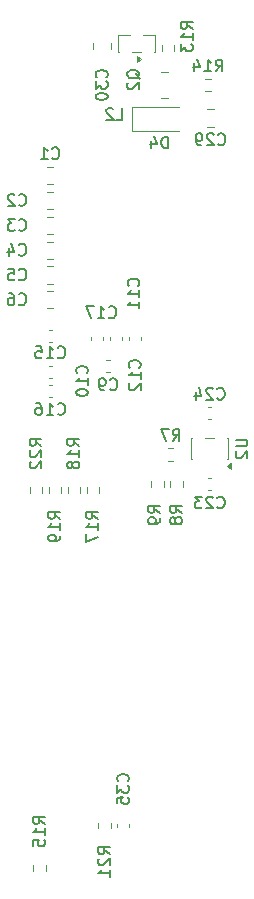
<source format=gbr>
%TF.GenerationSoftware,KiCad,Pcbnew,9.0.5*%
%TF.CreationDate,2025-11-24T11:18:26-05:00*%
%TF.ProjectId,everframe_board,65766572-6672-4616-9d65-5f626f617264,rev?*%
%TF.SameCoordinates,Original*%
%TF.FileFunction,Legend,Bot*%
%TF.FilePolarity,Positive*%
%FSLAX46Y46*%
G04 Gerber Fmt 4.6, Leading zero omitted, Abs format (unit mm)*
G04 Created by KiCad (PCBNEW 9.0.5) date 2025-11-24 11:18:26*
%MOMM*%
%LPD*%
G01*
G04 APERTURE LIST*
%ADD10C,0.150000*%
%ADD11C,0.120000*%
G04 APERTURE END LIST*
D10*
X90142857Y-92462830D02*
X90190476Y-92510450D01*
X90190476Y-92510450D02*
X90333333Y-92558069D01*
X90333333Y-92558069D02*
X90428571Y-92558069D01*
X90428571Y-92558069D02*
X90571428Y-92510450D01*
X90571428Y-92510450D02*
X90666666Y-92415211D01*
X90666666Y-92415211D02*
X90714285Y-92319973D01*
X90714285Y-92319973D02*
X90761904Y-92129497D01*
X90761904Y-92129497D02*
X90761904Y-91986640D01*
X90761904Y-91986640D02*
X90714285Y-91796164D01*
X90714285Y-91796164D02*
X90666666Y-91700926D01*
X90666666Y-91700926D02*
X90571428Y-91605688D01*
X90571428Y-91605688D02*
X90428571Y-91558069D01*
X90428571Y-91558069D02*
X90333333Y-91558069D01*
X90333333Y-91558069D02*
X90190476Y-91605688D01*
X90190476Y-91605688D02*
X90142857Y-91653307D01*
X89761904Y-91653307D02*
X89714285Y-91605688D01*
X89714285Y-91605688D02*
X89619047Y-91558069D01*
X89619047Y-91558069D02*
X89380952Y-91558069D01*
X89380952Y-91558069D02*
X89285714Y-91605688D01*
X89285714Y-91605688D02*
X89238095Y-91653307D01*
X89238095Y-91653307D02*
X89190476Y-91748545D01*
X89190476Y-91748545D02*
X89190476Y-91843783D01*
X89190476Y-91843783D02*
X89238095Y-91986640D01*
X89238095Y-91986640D02*
X89809523Y-92558069D01*
X89809523Y-92558069D02*
X89190476Y-92558069D01*
X88857142Y-91558069D02*
X88238095Y-91558069D01*
X88238095Y-91558069D02*
X88571428Y-91939021D01*
X88571428Y-91939021D02*
X88428571Y-91939021D01*
X88428571Y-91939021D02*
X88333333Y-91986640D01*
X88333333Y-91986640D02*
X88285714Y-92034259D01*
X88285714Y-92034259D02*
X88238095Y-92129497D01*
X88238095Y-92129497D02*
X88238095Y-92367592D01*
X88238095Y-92367592D02*
X88285714Y-92462830D01*
X88285714Y-92462830D02*
X88333333Y-92510450D01*
X88333333Y-92510450D02*
X88428571Y-92558069D01*
X88428571Y-92558069D02*
X88714285Y-92558069D01*
X88714285Y-92558069D02*
X88809523Y-92510450D01*
X88809523Y-92510450D02*
X88857142Y-92462830D01*
X90217857Y-61719580D02*
X90265476Y-61767200D01*
X90265476Y-61767200D02*
X90408333Y-61814819D01*
X90408333Y-61814819D02*
X90503571Y-61814819D01*
X90503571Y-61814819D02*
X90646428Y-61767200D01*
X90646428Y-61767200D02*
X90741666Y-61671961D01*
X90741666Y-61671961D02*
X90789285Y-61576723D01*
X90789285Y-61576723D02*
X90836904Y-61386247D01*
X90836904Y-61386247D02*
X90836904Y-61243390D01*
X90836904Y-61243390D02*
X90789285Y-61052914D01*
X90789285Y-61052914D02*
X90741666Y-60957676D01*
X90741666Y-60957676D02*
X90646428Y-60862438D01*
X90646428Y-60862438D02*
X90503571Y-60814819D01*
X90503571Y-60814819D02*
X90408333Y-60814819D01*
X90408333Y-60814819D02*
X90265476Y-60862438D01*
X90265476Y-60862438D02*
X90217857Y-60910057D01*
X89836904Y-60910057D02*
X89789285Y-60862438D01*
X89789285Y-60862438D02*
X89694047Y-60814819D01*
X89694047Y-60814819D02*
X89455952Y-60814819D01*
X89455952Y-60814819D02*
X89360714Y-60862438D01*
X89360714Y-60862438D02*
X89313095Y-60910057D01*
X89313095Y-60910057D02*
X89265476Y-61005295D01*
X89265476Y-61005295D02*
X89265476Y-61100533D01*
X89265476Y-61100533D02*
X89313095Y-61243390D01*
X89313095Y-61243390D02*
X89884523Y-61814819D01*
X89884523Y-61814819D02*
X89265476Y-61814819D01*
X88789285Y-61814819D02*
X88598809Y-61814819D01*
X88598809Y-61814819D02*
X88503571Y-61767200D01*
X88503571Y-61767200D02*
X88455952Y-61719580D01*
X88455952Y-61719580D02*
X88360714Y-61576723D01*
X88360714Y-61576723D02*
X88313095Y-61386247D01*
X88313095Y-61386247D02*
X88313095Y-61005295D01*
X88313095Y-61005295D02*
X88360714Y-60910057D01*
X88360714Y-60910057D02*
X88408333Y-60862438D01*
X88408333Y-60862438D02*
X88503571Y-60814819D01*
X88503571Y-60814819D02*
X88694047Y-60814819D01*
X88694047Y-60814819D02*
X88789285Y-60862438D01*
X88789285Y-60862438D02*
X88836904Y-60910057D01*
X88836904Y-60910057D02*
X88884523Y-61005295D01*
X88884523Y-61005295D02*
X88884523Y-61243390D01*
X88884523Y-61243390D02*
X88836904Y-61338628D01*
X88836904Y-61338628D02*
X88789285Y-61386247D01*
X88789285Y-61386247D02*
X88694047Y-61433866D01*
X88694047Y-61433866D02*
X88503571Y-61433866D01*
X88503571Y-61433866D02*
X88408333Y-61386247D01*
X88408333Y-61386247D02*
X88360714Y-61338628D01*
X88360714Y-61338628D02*
X88313095Y-61243390D01*
X91703069Y-86738095D02*
X92512592Y-86738095D01*
X92512592Y-86738095D02*
X92607830Y-86785714D01*
X92607830Y-86785714D02*
X92655450Y-86833333D01*
X92655450Y-86833333D02*
X92703069Y-86928571D01*
X92703069Y-86928571D02*
X92703069Y-87119047D01*
X92703069Y-87119047D02*
X92655450Y-87214285D01*
X92655450Y-87214285D02*
X92607830Y-87261904D01*
X92607830Y-87261904D02*
X92512592Y-87309523D01*
X92512592Y-87309523D02*
X91703069Y-87309523D01*
X91798307Y-87738095D02*
X91750688Y-87785714D01*
X91750688Y-87785714D02*
X91703069Y-87880952D01*
X91703069Y-87880952D02*
X91703069Y-88119047D01*
X91703069Y-88119047D02*
X91750688Y-88214285D01*
X91750688Y-88214285D02*
X91798307Y-88261904D01*
X91798307Y-88261904D02*
X91893545Y-88309523D01*
X91893545Y-88309523D02*
X91988783Y-88309523D01*
X91988783Y-88309523D02*
X92131640Y-88261904D01*
X92131640Y-88261904D02*
X92703069Y-87690476D01*
X92703069Y-87690476D02*
X92703069Y-88309523D01*
X73340475Y-73159580D02*
X73388094Y-73207200D01*
X73388094Y-73207200D02*
X73530951Y-73254819D01*
X73530951Y-73254819D02*
X73626189Y-73254819D01*
X73626189Y-73254819D02*
X73769046Y-73207200D01*
X73769046Y-73207200D02*
X73864284Y-73111961D01*
X73864284Y-73111961D02*
X73911903Y-73016723D01*
X73911903Y-73016723D02*
X73959522Y-72826247D01*
X73959522Y-72826247D02*
X73959522Y-72683390D01*
X73959522Y-72683390D02*
X73911903Y-72492914D01*
X73911903Y-72492914D02*
X73864284Y-72397676D01*
X73864284Y-72397676D02*
X73769046Y-72302438D01*
X73769046Y-72302438D02*
X73626189Y-72254819D01*
X73626189Y-72254819D02*
X73530951Y-72254819D01*
X73530951Y-72254819D02*
X73388094Y-72302438D01*
X73388094Y-72302438D02*
X73340475Y-72350057D01*
X72435713Y-72254819D02*
X72911903Y-72254819D01*
X72911903Y-72254819D02*
X72959522Y-72731009D01*
X72959522Y-72731009D02*
X72911903Y-72683390D01*
X72911903Y-72683390D02*
X72816665Y-72635771D01*
X72816665Y-72635771D02*
X72578570Y-72635771D01*
X72578570Y-72635771D02*
X72483332Y-72683390D01*
X72483332Y-72683390D02*
X72435713Y-72731009D01*
X72435713Y-72731009D02*
X72388094Y-72826247D01*
X72388094Y-72826247D02*
X72388094Y-73064342D01*
X72388094Y-73064342D02*
X72435713Y-73159580D01*
X72435713Y-73159580D02*
X72483332Y-73207200D01*
X72483332Y-73207200D02*
X72578570Y-73254819D01*
X72578570Y-73254819D02*
X72816665Y-73254819D01*
X72816665Y-73254819D02*
X72911903Y-73207200D01*
X72911903Y-73207200D02*
X72959522Y-73159580D01*
X83559580Y-80639523D02*
X83607200Y-80591904D01*
X83607200Y-80591904D02*
X83654819Y-80449047D01*
X83654819Y-80449047D02*
X83654819Y-80353809D01*
X83654819Y-80353809D02*
X83607200Y-80210952D01*
X83607200Y-80210952D02*
X83511961Y-80115714D01*
X83511961Y-80115714D02*
X83416723Y-80068095D01*
X83416723Y-80068095D02*
X83226247Y-80020476D01*
X83226247Y-80020476D02*
X83083390Y-80020476D01*
X83083390Y-80020476D02*
X82892914Y-80068095D01*
X82892914Y-80068095D02*
X82797676Y-80115714D01*
X82797676Y-80115714D02*
X82702438Y-80210952D01*
X82702438Y-80210952D02*
X82654819Y-80353809D01*
X82654819Y-80353809D02*
X82654819Y-80449047D01*
X82654819Y-80449047D02*
X82702438Y-80591904D01*
X82702438Y-80591904D02*
X82750057Y-80639523D01*
X83654819Y-81591904D02*
X83654819Y-81020476D01*
X83654819Y-81306190D02*
X82654819Y-81306190D01*
X82654819Y-81306190D02*
X82797676Y-81210952D01*
X82797676Y-81210952D02*
X82892914Y-81115714D01*
X82892914Y-81115714D02*
X82940533Y-81020476D01*
X82750057Y-81972857D02*
X82702438Y-82020476D01*
X82702438Y-82020476D02*
X82654819Y-82115714D01*
X82654819Y-82115714D02*
X82654819Y-82353809D01*
X82654819Y-82353809D02*
X82702438Y-82449047D01*
X82702438Y-82449047D02*
X82750057Y-82496666D01*
X82750057Y-82496666D02*
X82845295Y-82544285D01*
X82845295Y-82544285D02*
X82940533Y-82544285D01*
X82940533Y-82544285D02*
X83083390Y-82496666D01*
X83083390Y-82496666D02*
X83654819Y-81925238D01*
X83654819Y-81925238D02*
X83654819Y-82544285D01*
X80975238Y-76359580D02*
X81022857Y-76407200D01*
X81022857Y-76407200D02*
X81165714Y-76454819D01*
X81165714Y-76454819D02*
X81260952Y-76454819D01*
X81260952Y-76454819D02*
X81403809Y-76407200D01*
X81403809Y-76407200D02*
X81499047Y-76311961D01*
X81499047Y-76311961D02*
X81546666Y-76216723D01*
X81546666Y-76216723D02*
X81594285Y-76026247D01*
X81594285Y-76026247D02*
X81594285Y-75883390D01*
X81594285Y-75883390D02*
X81546666Y-75692914D01*
X81546666Y-75692914D02*
X81499047Y-75597676D01*
X81499047Y-75597676D02*
X81403809Y-75502438D01*
X81403809Y-75502438D02*
X81260952Y-75454819D01*
X81260952Y-75454819D02*
X81165714Y-75454819D01*
X81165714Y-75454819D02*
X81022857Y-75502438D01*
X81022857Y-75502438D02*
X80975238Y-75550057D01*
X80022857Y-76454819D02*
X80594285Y-76454819D01*
X80308571Y-76454819D02*
X80308571Y-75454819D01*
X80308571Y-75454819D02*
X80403809Y-75597676D01*
X80403809Y-75597676D02*
X80499047Y-75692914D01*
X80499047Y-75692914D02*
X80594285Y-75740533D01*
X79689523Y-75454819D02*
X79022857Y-75454819D01*
X79022857Y-75454819D02*
X79451428Y-76454819D01*
X83600057Y-56184761D02*
X83552438Y-56089523D01*
X83552438Y-56089523D02*
X83457200Y-55994285D01*
X83457200Y-55994285D02*
X83314342Y-55851428D01*
X83314342Y-55851428D02*
X83266723Y-55756190D01*
X83266723Y-55756190D02*
X83266723Y-55660952D01*
X83504819Y-55708571D02*
X83457200Y-55613333D01*
X83457200Y-55613333D02*
X83361961Y-55518095D01*
X83361961Y-55518095D02*
X83171485Y-55470476D01*
X83171485Y-55470476D02*
X82838152Y-55470476D01*
X82838152Y-55470476D02*
X82647676Y-55518095D01*
X82647676Y-55518095D02*
X82552438Y-55613333D01*
X82552438Y-55613333D02*
X82504819Y-55708571D01*
X82504819Y-55708571D02*
X82504819Y-55899047D01*
X82504819Y-55899047D02*
X82552438Y-55994285D01*
X82552438Y-55994285D02*
X82647676Y-56089523D01*
X82647676Y-56089523D02*
X82838152Y-56137142D01*
X82838152Y-56137142D02*
X83171485Y-56137142D01*
X83171485Y-56137142D02*
X83361961Y-56089523D01*
X83361961Y-56089523D02*
X83457200Y-55994285D01*
X83457200Y-55994285D02*
X83504819Y-55899047D01*
X83504819Y-55899047D02*
X83504819Y-55708571D01*
X82600057Y-56518095D02*
X82552438Y-56565714D01*
X82552438Y-56565714D02*
X82504819Y-56660952D01*
X82504819Y-56660952D02*
X82504819Y-56899047D01*
X82504819Y-56899047D02*
X82552438Y-56994285D01*
X82552438Y-56994285D02*
X82600057Y-57041904D01*
X82600057Y-57041904D02*
X82695295Y-57089523D01*
X82695295Y-57089523D02*
X82790533Y-57089523D01*
X82790533Y-57089523D02*
X82933390Y-57041904D01*
X82933390Y-57041904D02*
X83504819Y-56470476D01*
X83504819Y-56470476D02*
X83504819Y-57089523D01*
X75254819Y-87274761D02*
X74778628Y-86941428D01*
X75254819Y-86703333D02*
X74254819Y-86703333D01*
X74254819Y-86703333D02*
X74254819Y-87084285D01*
X74254819Y-87084285D02*
X74302438Y-87179523D01*
X74302438Y-87179523D02*
X74350057Y-87227142D01*
X74350057Y-87227142D02*
X74445295Y-87274761D01*
X74445295Y-87274761D02*
X74588152Y-87274761D01*
X74588152Y-87274761D02*
X74683390Y-87227142D01*
X74683390Y-87227142D02*
X74731009Y-87179523D01*
X74731009Y-87179523D02*
X74778628Y-87084285D01*
X74778628Y-87084285D02*
X74778628Y-86703333D01*
X74350057Y-87655714D02*
X74302438Y-87703333D01*
X74302438Y-87703333D02*
X74254819Y-87798571D01*
X74254819Y-87798571D02*
X74254819Y-88036666D01*
X74254819Y-88036666D02*
X74302438Y-88131904D01*
X74302438Y-88131904D02*
X74350057Y-88179523D01*
X74350057Y-88179523D02*
X74445295Y-88227142D01*
X74445295Y-88227142D02*
X74540533Y-88227142D01*
X74540533Y-88227142D02*
X74683390Y-88179523D01*
X74683390Y-88179523D02*
X75254819Y-87608095D01*
X75254819Y-87608095D02*
X75254819Y-88227142D01*
X74350057Y-88608095D02*
X74302438Y-88655714D01*
X74302438Y-88655714D02*
X74254819Y-88750952D01*
X74254819Y-88750952D02*
X74254819Y-88989047D01*
X74254819Y-88989047D02*
X74302438Y-89084285D01*
X74302438Y-89084285D02*
X74350057Y-89131904D01*
X74350057Y-89131904D02*
X74445295Y-89179523D01*
X74445295Y-89179523D02*
X74540533Y-89179523D01*
X74540533Y-89179523D02*
X74683390Y-89131904D01*
X74683390Y-89131904D02*
X75254819Y-88560476D01*
X75254819Y-88560476D02*
X75254819Y-89179523D01*
X73340475Y-66859580D02*
X73388094Y-66907200D01*
X73388094Y-66907200D02*
X73530951Y-66954819D01*
X73530951Y-66954819D02*
X73626189Y-66954819D01*
X73626189Y-66954819D02*
X73769046Y-66907200D01*
X73769046Y-66907200D02*
X73864284Y-66811961D01*
X73864284Y-66811961D02*
X73911903Y-66716723D01*
X73911903Y-66716723D02*
X73959522Y-66526247D01*
X73959522Y-66526247D02*
X73959522Y-66383390D01*
X73959522Y-66383390D02*
X73911903Y-66192914D01*
X73911903Y-66192914D02*
X73864284Y-66097676D01*
X73864284Y-66097676D02*
X73769046Y-66002438D01*
X73769046Y-66002438D02*
X73626189Y-65954819D01*
X73626189Y-65954819D02*
X73530951Y-65954819D01*
X73530951Y-65954819D02*
X73388094Y-66002438D01*
X73388094Y-66002438D02*
X73340475Y-66050057D01*
X72959522Y-66050057D02*
X72911903Y-66002438D01*
X72911903Y-66002438D02*
X72816665Y-65954819D01*
X72816665Y-65954819D02*
X72578570Y-65954819D01*
X72578570Y-65954819D02*
X72483332Y-66002438D01*
X72483332Y-66002438D02*
X72435713Y-66050057D01*
X72435713Y-66050057D02*
X72388094Y-66145295D01*
X72388094Y-66145295D02*
X72388094Y-66240533D01*
X72388094Y-66240533D02*
X72435713Y-66383390D01*
X72435713Y-66383390D02*
X73007141Y-66954819D01*
X73007141Y-66954819D02*
X72388094Y-66954819D01*
X76166666Y-62906330D02*
X76214285Y-62953950D01*
X76214285Y-62953950D02*
X76357142Y-63001569D01*
X76357142Y-63001569D02*
X76452380Y-63001569D01*
X76452380Y-63001569D02*
X76595237Y-62953950D01*
X76595237Y-62953950D02*
X76690475Y-62858711D01*
X76690475Y-62858711D02*
X76738094Y-62763473D01*
X76738094Y-62763473D02*
X76785713Y-62572997D01*
X76785713Y-62572997D02*
X76785713Y-62430140D01*
X76785713Y-62430140D02*
X76738094Y-62239664D01*
X76738094Y-62239664D02*
X76690475Y-62144426D01*
X76690475Y-62144426D02*
X76595237Y-62049188D01*
X76595237Y-62049188D02*
X76452380Y-62001569D01*
X76452380Y-62001569D02*
X76357142Y-62001569D01*
X76357142Y-62001569D02*
X76214285Y-62049188D01*
X76214285Y-62049188D02*
X76166666Y-62096807D01*
X75214285Y-63001569D02*
X75785713Y-63001569D01*
X75499999Y-63001569D02*
X75499999Y-62001569D01*
X75499999Y-62001569D02*
X75595237Y-62144426D01*
X75595237Y-62144426D02*
X75690475Y-62239664D01*
X75690475Y-62239664D02*
X75785713Y-62287283D01*
X85990594Y-62084819D02*
X85990594Y-61084819D01*
X85990594Y-61084819D02*
X85752499Y-61084819D01*
X85752499Y-61084819D02*
X85609642Y-61132438D01*
X85609642Y-61132438D02*
X85514404Y-61227676D01*
X85514404Y-61227676D02*
X85466785Y-61322914D01*
X85466785Y-61322914D02*
X85419166Y-61513390D01*
X85419166Y-61513390D02*
X85419166Y-61656247D01*
X85419166Y-61656247D02*
X85466785Y-61846723D01*
X85466785Y-61846723D02*
X85514404Y-61941961D01*
X85514404Y-61941961D02*
X85609642Y-62037200D01*
X85609642Y-62037200D02*
X85752499Y-62084819D01*
X85752499Y-62084819D02*
X85990594Y-62084819D01*
X84562023Y-61418152D02*
X84562023Y-62084819D01*
X84800118Y-61037200D02*
X85038213Y-61751485D01*
X85038213Y-61751485D02*
X84419166Y-61751485D01*
X76854819Y-93439523D02*
X76378628Y-93106190D01*
X76854819Y-92868095D02*
X75854819Y-92868095D01*
X75854819Y-92868095D02*
X75854819Y-93249047D01*
X75854819Y-93249047D02*
X75902438Y-93344285D01*
X75902438Y-93344285D02*
X75950057Y-93391904D01*
X75950057Y-93391904D02*
X76045295Y-93439523D01*
X76045295Y-93439523D02*
X76188152Y-93439523D01*
X76188152Y-93439523D02*
X76283390Y-93391904D01*
X76283390Y-93391904D02*
X76331009Y-93344285D01*
X76331009Y-93344285D02*
X76378628Y-93249047D01*
X76378628Y-93249047D02*
X76378628Y-92868095D01*
X76854819Y-94391904D02*
X76854819Y-93820476D01*
X76854819Y-94106190D02*
X75854819Y-94106190D01*
X75854819Y-94106190D02*
X75997676Y-94010952D01*
X75997676Y-94010952D02*
X76092914Y-93915714D01*
X76092914Y-93915714D02*
X76140533Y-93820476D01*
X76854819Y-94868095D02*
X76854819Y-95058571D01*
X76854819Y-95058571D02*
X76807200Y-95153809D01*
X76807200Y-95153809D02*
X76759580Y-95201428D01*
X76759580Y-95201428D02*
X76616723Y-95296666D01*
X76616723Y-95296666D02*
X76426247Y-95344285D01*
X76426247Y-95344285D02*
X76045295Y-95344285D01*
X76045295Y-95344285D02*
X75950057Y-95296666D01*
X75950057Y-95296666D02*
X75902438Y-95249047D01*
X75902438Y-95249047D02*
X75854819Y-95153809D01*
X75854819Y-95153809D02*
X75854819Y-94963333D01*
X75854819Y-94963333D02*
X75902438Y-94868095D01*
X75902438Y-94868095D02*
X75950057Y-94820476D01*
X75950057Y-94820476D02*
X76045295Y-94772857D01*
X76045295Y-94772857D02*
X76283390Y-94772857D01*
X76283390Y-94772857D02*
X76378628Y-94820476D01*
X76378628Y-94820476D02*
X76426247Y-94868095D01*
X76426247Y-94868095D02*
X76473866Y-94963333D01*
X76473866Y-94963333D02*
X76473866Y-95153809D01*
X76473866Y-95153809D02*
X76426247Y-95249047D01*
X76426247Y-95249047D02*
X76378628Y-95296666D01*
X76378628Y-95296666D02*
X76283390Y-95344285D01*
X73340475Y-68959580D02*
X73388094Y-69007200D01*
X73388094Y-69007200D02*
X73530951Y-69054819D01*
X73530951Y-69054819D02*
X73626189Y-69054819D01*
X73626189Y-69054819D02*
X73769046Y-69007200D01*
X73769046Y-69007200D02*
X73864284Y-68911961D01*
X73864284Y-68911961D02*
X73911903Y-68816723D01*
X73911903Y-68816723D02*
X73959522Y-68626247D01*
X73959522Y-68626247D02*
X73959522Y-68483390D01*
X73959522Y-68483390D02*
X73911903Y-68292914D01*
X73911903Y-68292914D02*
X73864284Y-68197676D01*
X73864284Y-68197676D02*
X73769046Y-68102438D01*
X73769046Y-68102438D02*
X73626189Y-68054819D01*
X73626189Y-68054819D02*
X73530951Y-68054819D01*
X73530951Y-68054819D02*
X73388094Y-68102438D01*
X73388094Y-68102438D02*
X73340475Y-68150057D01*
X73007141Y-68054819D02*
X72388094Y-68054819D01*
X72388094Y-68054819D02*
X72721427Y-68435771D01*
X72721427Y-68435771D02*
X72578570Y-68435771D01*
X72578570Y-68435771D02*
X72483332Y-68483390D01*
X72483332Y-68483390D02*
X72435713Y-68531009D01*
X72435713Y-68531009D02*
X72388094Y-68626247D01*
X72388094Y-68626247D02*
X72388094Y-68864342D01*
X72388094Y-68864342D02*
X72435713Y-68959580D01*
X72435713Y-68959580D02*
X72483332Y-69007200D01*
X72483332Y-69007200D02*
X72578570Y-69054819D01*
X72578570Y-69054819D02*
X72864284Y-69054819D01*
X72864284Y-69054819D02*
X72959522Y-69007200D01*
X72959522Y-69007200D02*
X73007141Y-68959580D01*
X75554819Y-119274761D02*
X75078628Y-118941428D01*
X75554819Y-118703333D02*
X74554819Y-118703333D01*
X74554819Y-118703333D02*
X74554819Y-119084285D01*
X74554819Y-119084285D02*
X74602438Y-119179523D01*
X74602438Y-119179523D02*
X74650057Y-119227142D01*
X74650057Y-119227142D02*
X74745295Y-119274761D01*
X74745295Y-119274761D02*
X74888152Y-119274761D01*
X74888152Y-119274761D02*
X74983390Y-119227142D01*
X74983390Y-119227142D02*
X75031009Y-119179523D01*
X75031009Y-119179523D02*
X75078628Y-119084285D01*
X75078628Y-119084285D02*
X75078628Y-118703333D01*
X75554819Y-120227142D02*
X75554819Y-119655714D01*
X75554819Y-119941428D02*
X74554819Y-119941428D01*
X74554819Y-119941428D02*
X74697676Y-119846190D01*
X74697676Y-119846190D02*
X74792914Y-119750952D01*
X74792914Y-119750952D02*
X74840533Y-119655714D01*
X74554819Y-121131904D02*
X74554819Y-120655714D01*
X74554819Y-120655714D02*
X75031009Y-120608095D01*
X75031009Y-120608095D02*
X74983390Y-120655714D01*
X74983390Y-120655714D02*
X74935771Y-120750952D01*
X74935771Y-120750952D02*
X74935771Y-120989047D01*
X74935771Y-120989047D02*
X74983390Y-121084285D01*
X74983390Y-121084285D02*
X75031009Y-121131904D01*
X75031009Y-121131904D02*
X75126247Y-121179523D01*
X75126247Y-121179523D02*
X75364342Y-121179523D01*
X75364342Y-121179523D02*
X75459580Y-121131904D01*
X75459580Y-121131904D02*
X75507200Y-121084285D01*
X75507200Y-121084285D02*
X75554819Y-120989047D01*
X75554819Y-120989047D02*
X75554819Y-120750952D01*
X75554819Y-120750952D02*
X75507200Y-120655714D01*
X75507200Y-120655714D02*
X75459580Y-120608095D01*
X87154819Y-92939523D02*
X86678628Y-92606190D01*
X87154819Y-92368095D02*
X86154819Y-92368095D01*
X86154819Y-92368095D02*
X86154819Y-92749047D01*
X86154819Y-92749047D02*
X86202438Y-92844285D01*
X86202438Y-92844285D02*
X86250057Y-92891904D01*
X86250057Y-92891904D02*
X86345295Y-92939523D01*
X86345295Y-92939523D02*
X86488152Y-92939523D01*
X86488152Y-92939523D02*
X86583390Y-92891904D01*
X86583390Y-92891904D02*
X86631009Y-92844285D01*
X86631009Y-92844285D02*
X86678628Y-92749047D01*
X86678628Y-92749047D02*
X86678628Y-92368095D01*
X86583390Y-93510952D02*
X86535771Y-93415714D01*
X86535771Y-93415714D02*
X86488152Y-93368095D01*
X86488152Y-93368095D02*
X86392914Y-93320476D01*
X86392914Y-93320476D02*
X86345295Y-93320476D01*
X86345295Y-93320476D02*
X86250057Y-93368095D01*
X86250057Y-93368095D02*
X86202438Y-93415714D01*
X86202438Y-93415714D02*
X86154819Y-93510952D01*
X86154819Y-93510952D02*
X86154819Y-93701428D01*
X86154819Y-93701428D02*
X86202438Y-93796666D01*
X86202438Y-93796666D02*
X86250057Y-93844285D01*
X86250057Y-93844285D02*
X86345295Y-93891904D01*
X86345295Y-93891904D02*
X86392914Y-93891904D01*
X86392914Y-93891904D02*
X86488152Y-93844285D01*
X86488152Y-93844285D02*
X86535771Y-93796666D01*
X86535771Y-93796666D02*
X86583390Y-93701428D01*
X86583390Y-93701428D02*
X86583390Y-93510952D01*
X86583390Y-93510952D02*
X86631009Y-93415714D01*
X86631009Y-93415714D02*
X86678628Y-93368095D01*
X86678628Y-93368095D02*
X86773866Y-93320476D01*
X86773866Y-93320476D02*
X86964342Y-93320476D01*
X86964342Y-93320476D02*
X87059580Y-93368095D01*
X87059580Y-93368095D02*
X87107200Y-93415714D01*
X87107200Y-93415714D02*
X87154819Y-93510952D01*
X87154819Y-93510952D02*
X87154819Y-93701428D01*
X87154819Y-93701428D02*
X87107200Y-93796666D01*
X87107200Y-93796666D02*
X87059580Y-93844285D01*
X87059580Y-93844285D02*
X86964342Y-93891904D01*
X86964342Y-93891904D02*
X86773866Y-93891904D01*
X86773866Y-93891904D02*
X86678628Y-93844285D01*
X86678628Y-93844285D02*
X86631009Y-93796666D01*
X86631009Y-93796666D02*
X86583390Y-93701428D01*
X79109580Y-81139523D02*
X79157200Y-81091904D01*
X79157200Y-81091904D02*
X79204819Y-80949047D01*
X79204819Y-80949047D02*
X79204819Y-80853809D01*
X79204819Y-80853809D02*
X79157200Y-80710952D01*
X79157200Y-80710952D02*
X79061961Y-80615714D01*
X79061961Y-80615714D02*
X78966723Y-80568095D01*
X78966723Y-80568095D02*
X78776247Y-80520476D01*
X78776247Y-80520476D02*
X78633390Y-80520476D01*
X78633390Y-80520476D02*
X78442914Y-80568095D01*
X78442914Y-80568095D02*
X78347676Y-80615714D01*
X78347676Y-80615714D02*
X78252438Y-80710952D01*
X78252438Y-80710952D02*
X78204819Y-80853809D01*
X78204819Y-80853809D02*
X78204819Y-80949047D01*
X78204819Y-80949047D02*
X78252438Y-81091904D01*
X78252438Y-81091904D02*
X78300057Y-81139523D01*
X79204819Y-82091904D02*
X79204819Y-81520476D01*
X79204819Y-81806190D02*
X78204819Y-81806190D01*
X78204819Y-81806190D02*
X78347676Y-81710952D01*
X78347676Y-81710952D02*
X78442914Y-81615714D01*
X78442914Y-81615714D02*
X78490533Y-81520476D01*
X78204819Y-82710952D02*
X78204819Y-82806190D01*
X78204819Y-82806190D02*
X78252438Y-82901428D01*
X78252438Y-82901428D02*
X78300057Y-82949047D01*
X78300057Y-82949047D02*
X78395295Y-82996666D01*
X78395295Y-82996666D02*
X78585771Y-83044285D01*
X78585771Y-83044285D02*
X78823866Y-83044285D01*
X78823866Y-83044285D02*
X79014342Y-82996666D01*
X79014342Y-82996666D02*
X79109580Y-82949047D01*
X79109580Y-82949047D02*
X79157200Y-82901428D01*
X79157200Y-82901428D02*
X79204819Y-82806190D01*
X79204819Y-82806190D02*
X79204819Y-82710952D01*
X79204819Y-82710952D02*
X79157200Y-82615714D01*
X79157200Y-82615714D02*
X79109580Y-82568095D01*
X79109580Y-82568095D02*
X79014342Y-82520476D01*
X79014342Y-82520476D02*
X78823866Y-82472857D01*
X78823866Y-82472857D02*
X78585771Y-82472857D01*
X78585771Y-82472857D02*
X78395295Y-82520476D01*
X78395295Y-82520476D02*
X78300057Y-82568095D01*
X78300057Y-82568095D02*
X78252438Y-82615714D01*
X78252438Y-82615714D02*
X78204819Y-82710952D01*
X80759580Y-56059523D02*
X80807200Y-56011904D01*
X80807200Y-56011904D02*
X80854819Y-55869047D01*
X80854819Y-55869047D02*
X80854819Y-55773809D01*
X80854819Y-55773809D02*
X80807200Y-55630952D01*
X80807200Y-55630952D02*
X80711961Y-55535714D01*
X80711961Y-55535714D02*
X80616723Y-55488095D01*
X80616723Y-55488095D02*
X80426247Y-55440476D01*
X80426247Y-55440476D02*
X80283390Y-55440476D01*
X80283390Y-55440476D02*
X80092914Y-55488095D01*
X80092914Y-55488095D02*
X79997676Y-55535714D01*
X79997676Y-55535714D02*
X79902438Y-55630952D01*
X79902438Y-55630952D02*
X79854819Y-55773809D01*
X79854819Y-55773809D02*
X79854819Y-55869047D01*
X79854819Y-55869047D02*
X79902438Y-56011904D01*
X79902438Y-56011904D02*
X79950057Y-56059523D01*
X79854819Y-56392857D02*
X79854819Y-57011904D01*
X79854819Y-57011904D02*
X80235771Y-56678571D01*
X80235771Y-56678571D02*
X80235771Y-56821428D01*
X80235771Y-56821428D02*
X80283390Y-56916666D01*
X80283390Y-56916666D02*
X80331009Y-56964285D01*
X80331009Y-56964285D02*
X80426247Y-57011904D01*
X80426247Y-57011904D02*
X80664342Y-57011904D01*
X80664342Y-57011904D02*
X80759580Y-56964285D01*
X80759580Y-56964285D02*
X80807200Y-56916666D01*
X80807200Y-56916666D02*
X80854819Y-56821428D01*
X80854819Y-56821428D02*
X80854819Y-56535714D01*
X80854819Y-56535714D02*
X80807200Y-56440476D01*
X80807200Y-56440476D02*
X80759580Y-56392857D01*
X79854819Y-57630952D02*
X79854819Y-57726190D01*
X79854819Y-57726190D02*
X79902438Y-57821428D01*
X79902438Y-57821428D02*
X79950057Y-57869047D01*
X79950057Y-57869047D02*
X80045295Y-57916666D01*
X80045295Y-57916666D02*
X80235771Y-57964285D01*
X80235771Y-57964285D02*
X80473866Y-57964285D01*
X80473866Y-57964285D02*
X80664342Y-57916666D01*
X80664342Y-57916666D02*
X80759580Y-57869047D01*
X80759580Y-57869047D02*
X80807200Y-57821428D01*
X80807200Y-57821428D02*
X80854819Y-57726190D01*
X80854819Y-57726190D02*
X80854819Y-57630952D01*
X80854819Y-57630952D02*
X80807200Y-57535714D01*
X80807200Y-57535714D02*
X80759580Y-57488095D01*
X80759580Y-57488095D02*
X80664342Y-57440476D01*
X80664342Y-57440476D02*
X80473866Y-57392857D01*
X80473866Y-57392857D02*
X80235771Y-57392857D01*
X80235771Y-57392857D02*
X80045295Y-57440476D01*
X80045295Y-57440476D02*
X79950057Y-57488095D01*
X79950057Y-57488095D02*
X79902438Y-57535714D01*
X79902438Y-57535714D02*
X79854819Y-57630952D01*
X81066666Y-82462830D02*
X81114285Y-82510450D01*
X81114285Y-82510450D02*
X81257142Y-82558069D01*
X81257142Y-82558069D02*
X81352380Y-82558069D01*
X81352380Y-82558069D02*
X81495237Y-82510450D01*
X81495237Y-82510450D02*
X81590475Y-82415211D01*
X81590475Y-82415211D02*
X81638094Y-82319973D01*
X81638094Y-82319973D02*
X81685713Y-82129497D01*
X81685713Y-82129497D02*
X81685713Y-81986640D01*
X81685713Y-81986640D02*
X81638094Y-81796164D01*
X81638094Y-81796164D02*
X81590475Y-81700926D01*
X81590475Y-81700926D02*
X81495237Y-81605688D01*
X81495237Y-81605688D02*
X81352380Y-81558069D01*
X81352380Y-81558069D02*
X81257142Y-81558069D01*
X81257142Y-81558069D02*
X81114285Y-81605688D01*
X81114285Y-81605688D02*
X81066666Y-81653307D01*
X80590475Y-82558069D02*
X80399999Y-82558069D01*
X80399999Y-82558069D02*
X80304761Y-82510450D01*
X80304761Y-82510450D02*
X80257142Y-82462830D01*
X80257142Y-82462830D02*
X80161904Y-82319973D01*
X80161904Y-82319973D02*
X80114285Y-82129497D01*
X80114285Y-82129497D02*
X80114285Y-81748545D01*
X80114285Y-81748545D02*
X80161904Y-81653307D01*
X80161904Y-81653307D02*
X80209523Y-81605688D01*
X80209523Y-81605688D02*
X80304761Y-81558069D01*
X80304761Y-81558069D02*
X80495237Y-81558069D01*
X80495237Y-81558069D02*
X80590475Y-81605688D01*
X80590475Y-81605688D02*
X80638094Y-81653307D01*
X80638094Y-81653307D02*
X80685713Y-81748545D01*
X80685713Y-81748545D02*
X80685713Y-81986640D01*
X80685713Y-81986640D02*
X80638094Y-82081878D01*
X80638094Y-82081878D02*
X80590475Y-82129497D01*
X80590475Y-82129497D02*
X80495237Y-82177116D01*
X80495237Y-82177116D02*
X80304761Y-82177116D01*
X80304761Y-82177116D02*
X80209523Y-82129497D01*
X80209523Y-82129497D02*
X80161904Y-82081878D01*
X80161904Y-82081878D02*
X80114285Y-81986640D01*
X81610713Y-59661569D02*
X82086903Y-59661569D01*
X82086903Y-59661569D02*
X82086903Y-58661569D01*
X81324998Y-58756807D02*
X81277379Y-58709188D01*
X81277379Y-58709188D02*
X81182141Y-58661569D01*
X81182141Y-58661569D02*
X80944046Y-58661569D01*
X80944046Y-58661569D02*
X80848808Y-58709188D01*
X80848808Y-58709188D02*
X80801189Y-58756807D01*
X80801189Y-58756807D02*
X80753570Y-58852045D01*
X80753570Y-58852045D02*
X80753570Y-58947283D01*
X80753570Y-58947283D02*
X80801189Y-59090140D01*
X80801189Y-59090140D02*
X81372617Y-59661569D01*
X81372617Y-59661569D02*
X80753570Y-59661569D01*
X76642857Y-79756330D02*
X76690476Y-79803950D01*
X76690476Y-79803950D02*
X76833333Y-79851569D01*
X76833333Y-79851569D02*
X76928571Y-79851569D01*
X76928571Y-79851569D02*
X77071428Y-79803950D01*
X77071428Y-79803950D02*
X77166666Y-79708711D01*
X77166666Y-79708711D02*
X77214285Y-79613473D01*
X77214285Y-79613473D02*
X77261904Y-79422997D01*
X77261904Y-79422997D02*
X77261904Y-79280140D01*
X77261904Y-79280140D02*
X77214285Y-79089664D01*
X77214285Y-79089664D02*
X77166666Y-78994426D01*
X77166666Y-78994426D02*
X77071428Y-78899188D01*
X77071428Y-78899188D02*
X76928571Y-78851569D01*
X76928571Y-78851569D02*
X76833333Y-78851569D01*
X76833333Y-78851569D02*
X76690476Y-78899188D01*
X76690476Y-78899188D02*
X76642857Y-78946807D01*
X75690476Y-79851569D02*
X76261904Y-79851569D01*
X75976190Y-79851569D02*
X75976190Y-78851569D01*
X75976190Y-78851569D02*
X76071428Y-78994426D01*
X76071428Y-78994426D02*
X76166666Y-79089664D01*
X76166666Y-79089664D02*
X76261904Y-79137283D01*
X74785714Y-78851569D02*
X75261904Y-78851569D01*
X75261904Y-78851569D02*
X75309523Y-79327759D01*
X75309523Y-79327759D02*
X75261904Y-79280140D01*
X75261904Y-79280140D02*
X75166666Y-79232521D01*
X75166666Y-79232521D02*
X74928571Y-79232521D01*
X74928571Y-79232521D02*
X74833333Y-79280140D01*
X74833333Y-79280140D02*
X74785714Y-79327759D01*
X74785714Y-79327759D02*
X74738095Y-79422997D01*
X74738095Y-79422997D02*
X74738095Y-79661092D01*
X74738095Y-79661092D02*
X74785714Y-79756330D01*
X74785714Y-79756330D02*
X74833333Y-79803950D01*
X74833333Y-79803950D02*
X74928571Y-79851569D01*
X74928571Y-79851569D02*
X75166666Y-79851569D01*
X75166666Y-79851569D02*
X75261904Y-79803950D01*
X75261904Y-79803950D02*
X75309523Y-79756330D01*
X76642857Y-84562830D02*
X76690476Y-84610450D01*
X76690476Y-84610450D02*
X76833333Y-84658069D01*
X76833333Y-84658069D02*
X76928571Y-84658069D01*
X76928571Y-84658069D02*
X77071428Y-84610450D01*
X77071428Y-84610450D02*
X77166666Y-84515211D01*
X77166666Y-84515211D02*
X77214285Y-84419973D01*
X77214285Y-84419973D02*
X77261904Y-84229497D01*
X77261904Y-84229497D02*
X77261904Y-84086640D01*
X77261904Y-84086640D02*
X77214285Y-83896164D01*
X77214285Y-83896164D02*
X77166666Y-83800926D01*
X77166666Y-83800926D02*
X77071428Y-83705688D01*
X77071428Y-83705688D02*
X76928571Y-83658069D01*
X76928571Y-83658069D02*
X76833333Y-83658069D01*
X76833333Y-83658069D02*
X76690476Y-83705688D01*
X76690476Y-83705688D02*
X76642857Y-83753307D01*
X75690476Y-84658069D02*
X76261904Y-84658069D01*
X75976190Y-84658069D02*
X75976190Y-83658069D01*
X75976190Y-83658069D02*
X76071428Y-83800926D01*
X76071428Y-83800926D02*
X76166666Y-83896164D01*
X76166666Y-83896164D02*
X76261904Y-83943783D01*
X74833333Y-83658069D02*
X75023809Y-83658069D01*
X75023809Y-83658069D02*
X75119047Y-83705688D01*
X75119047Y-83705688D02*
X75166666Y-83753307D01*
X75166666Y-83753307D02*
X75261904Y-83896164D01*
X75261904Y-83896164D02*
X75309523Y-84086640D01*
X75309523Y-84086640D02*
X75309523Y-84467592D01*
X75309523Y-84467592D02*
X75261904Y-84562830D01*
X75261904Y-84562830D02*
X75214285Y-84610450D01*
X75214285Y-84610450D02*
X75119047Y-84658069D01*
X75119047Y-84658069D02*
X74928571Y-84658069D01*
X74928571Y-84658069D02*
X74833333Y-84610450D01*
X74833333Y-84610450D02*
X74785714Y-84562830D01*
X74785714Y-84562830D02*
X74738095Y-84467592D01*
X74738095Y-84467592D02*
X74738095Y-84229497D01*
X74738095Y-84229497D02*
X74785714Y-84134259D01*
X74785714Y-84134259D02*
X74833333Y-84086640D01*
X74833333Y-84086640D02*
X74928571Y-84039021D01*
X74928571Y-84039021D02*
X75119047Y-84039021D01*
X75119047Y-84039021D02*
X75214285Y-84086640D01*
X75214285Y-84086640D02*
X75261904Y-84134259D01*
X75261904Y-84134259D02*
X75309523Y-84229497D01*
X82559580Y-115674761D02*
X82607200Y-115627142D01*
X82607200Y-115627142D02*
X82654819Y-115484285D01*
X82654819Y-115484285D02*
X82654819Y-115389047D01*
X82654819Y-115389047D02*
X82607200Y-115246190D01*
X82607200Y-115246190D02*
X82511961Y-115150952D01*
X82511961Y-115150952D02*
X82416723Y-115103333D01*
X82416723Y-115103333D02*
X82226247Y-115055714D01*
X82226247Y-115055714D02*
X82083390Y-115055714D01*
X82083390Y-115055714D02*
X81892914Y-115103333D01*
X81892914Y-115103333D02*
X81797676Y-115150952D01*
X81797676Y-115150952D02*
X81702438Y-115246190D01*
X81702438Y-115246190D02*
X81654819Y-115389047D01*
X81654819Y-115389047D02*
X81654819Y-115484285D01*
X81654819Y-115484285D02*
X81702438Y-115627142D01*
X81702438Y-115627142D02*
X81750057Y-115674761D01*
X81654819Y-116008095D02*
X81654819Y-116627142D01*
X81654819Y-116627142D02*
X82035771Y-116293809D01*
X82035771Y-116293809D02*
X82035771Y-116436666D01*
X82035771Y-116436666D02*
X82083390Y-116531904D01*
X82083390Y-116531904D02*
X82131009Y-116579523D01*
X82131009Y-116579523D02*
X82226247Y-116627142D01*
X82226247Y-116627142D02*
X82464342Y-116627142D01*
X82464342Y-116627142D02*
X82559580Y-116579523D01*
X82559580Y-116579523D02*
X82607200Y-116531904D01*
X82607200Y-116531904D02*
X82654819Y-116436666D01*
X82654819Y-116436666D02*
X82654819Y-116150952D01*
X82654819Y-116150952D02*
X82607200Y-116055714D01*
X82607200Y-116055714D02*
X82559580Y-116008095D01*
X81654819Y-117531904D02*
X81654819Y-117055714D01*
X81654819Y-117055714D02*
X82131009Y-117008095D01*
X82131009Y-117008095D02*
X82083390Y-117055714D01*
X82083390Y-117055714D02*
X82035771Y-117150952D01*
X82035771Y-117150952D02*
X82035771Y-117389047D01*
X82035771Y-117389047D02*
X82083390Y-117484285D01*
X82083390Y-117484285D02*
X82131009Y-117531904D01*
X82131009Y-117531904D02*
X82226247Y-117579523D01*
X82226247Y-117579523D02*
X82464342Y-117579523D01*
X82464342Y-117579523D02*
X82559580Y-117531904D01*
X82559580Y-117531904D02*
X82607200Y-117484285D01*
X82607200Y-117484285D02*
X82654819Y-117389047D01*
X82654819Y-117389047D02*
X82654819Y-117150952D01*
X82654819Y-117150952D02*
X82607200Y-117055714D01*
X82607200Y-117055714D02*
X82559580Y-117008095D01*
X73340475Y-71059580D02*
X73388094Y-71107200D01*
X73388094Y-71107200D02*
X73530951Y-71154819D01*
X73530951Y-71154819D02*
X73626189Y-71154819D01*
X73626189Y-71154819D02*
X73769046Y-71107200D01*
X73769046Y-71107200D02*
X73864284Y-71011961D01*
X73864284Y-71011961D02*
X73911903Y-70916723D01*
X73911903Y-70916723D02*
X73959522Y-70726247D01*
X73959522Y-70726247D02*
X73959522Y-70583390D01*
X73959522Y-70583390D02*
X73911903Y-70392914D01*
X73911903Y-70392914D02*
X73864284Y-70297676D01*
X73864284Y-70297676D02*
X73769046Y-70202438D01*
X73769046Y-70202438D02*
X73626189Y-70154819D01*
X73626189Y-70154819D02*
X73530951Y-70154819D01*
X73530951Y-70154819D02*
X73388094Y-70202438D01*
X73388094Y-70202438D02*
X73340475Y-70250057D01*
X72483332Y-70488152D02*
X72483332Y-71154819D01*
X72721427Y-70107200D02*
X72959522Y-70821485D01*
X72959522Y-70821485D02*
X72340475Y-70821485D01*
X90017857Y-55558319D02*
X90351190Y-55082128D01*
X90589285Y-55558319D02*
X90589285Y-54558319D01*
X90589285Y-54558319D02*
X90208333Y-54558319D01*
X90208333Y-54558319D02*
X90113095Y-54605938D01*
X90113095Y-54605938D02*
X90065476Y-54653557D01*
X90065476Y-54653557D02*
X90017857Y-54748795D01*
X90017857Y-54748795D02*
X90017857Y-54891652D01*
X90017857Y-54891652D02*
X90065476Y-54986890D01*
X90065476Y-54986890D02*
X90113095Y-55034509D01*
X90113095Y-55034509D02*
X90208333Y-55082128D01*
X90208333Y-55082128D02*
X90589285Y-55082128D01*
X89065476Y-55558319D02*
X89636904Y-55558319D01*
X89351190Y-55558319D02*
X89351190Y-54558319D01*
X89351190Y-54558319D02*
X89446428Y-54701176D01*
X89446428Y-54701176D02*
X89541666Y-54796414D01*
X89541666Y-54796414D02*
X89636904Y-54844033D01*
X88208333Y-54891652D02*
X88208333Y-55558319D01*
X88446428Y-54510700D02*
X88684523Y-55224985D01*
X88684523Y-55224985D02*
X88065476Y-55224985D01*
X83459580Y-73724761D02*
X83507200Y-73677142D01*
X83507200Y-73677142D02*
X83554819Y-73534285D01*
X83554819Y-73534285D02*
X83554819Y-73439047D01*
X83554819Y-73439047D02*
X83507200Y-73296190D01*
X83507200Y-73296190D02*
X83411961Y-73200952D01*
X83411961Y-73200952D02*
X83316723Y-73153333D01*
X83316723Y-73153333D02*
X83126247Y-73105714D01*
X83126247Y-73105714D02*
X82983390Y-73105714D01*
X82983390Y-73105714D02*
X82792914Y-73153333D01*
X82792914Y-73153333D02*
X82697676Y-73200952D01*
X82697676Y-73200952D02*
X82602438Y-73296190D01*
X82602438Y-73296190D02*
X82554819Y-73439047D01*
X82554819Y-73439047D02*
X82554819Y-73534285D01*
X82554819Y-73534285D02*
X82602438Y-73677142D01*
X82602438Y-73677142D02*
X82650057Y-73724761D01*
X83554819Y-74677142D02*
X83554819Y-74105714D01*
X83554819Y-74391428D02*
X82554819Y-74391428D01*
X82554819Y-74391428D02*
X82697676Y-74296190D01*
X82697676Y-74296190D02*
X82792914Y-74200952D01*
X82792914Y-74200952D02*
X82840533Y-74105714D01*
X83554819Y-75629523D02*
X83554819Y-75058095D01*
X83554819Y-75343809D02*
X82554819Y-75343809D01*
X82554819Y-75343809D02*
X82697676Y-75248571D01*
X82697676Y-75248571D02*
X82792914Y-75153333D01*
X82792914Y-75153333D02*
X82840533Y-75058095D01*
X81054819Y-121839523D02*
X80578628Y-121506190D01*
X81054819Y-121268095D02*
X80054819Y-121268095D01*
X80054819Y-121268095D02*
X80054819Y-121649047D01*
X80054819Y-121649047D02*
X80102438Y-121744285D01*
X80102438Y-121744285D02*
X80150057Y-121791904D01*
X80150057Y-121791904D02*
X80245295Y-121839523D01*
X80245295Y-121839523D02*
X80388152Y-121839523D01*
X80388152Y-121839523D02*
X80483390Y-121791904D01*
X80483390Y-121791904D02*
X80531009Y-121744285D01*
X80531009Y-121744285D02*
X80578628Y-121649047D01*
X80578628Y-121649047D02*
X80578628Y-121268095D01*
X80150057Y-122220476D02*
X80102438Y-122268095D01*
X80102438Y-122268095D02*
X80054819Y-122363333D01*
X80054819Y-122363333D02*
X80054819Y-122601428D01*
X80054819Y-122601428D02*
X80102438Y-122696666D01*
X80102438Y-122696666D02*
X80150057Y-122744285D01*
X80150057Y-122744285D02*
X80245295Y-122791904D01*
X80245295Y-122791904D02*
X80340533Y-122791904D01*
X80340533Y-122791904D02*
X80483390Y-122744285D01*
X80483390Y-122744285D02*
X81054819Y-122172857D01*
X81054819Y-122172857D02*
X81054819Y-122791904D01*
X81054819Y-123744285D02*
X81054819Y-123172857D01*
X81054819Y-123458571D02*
X80054819Y-123458571D01*
X80054819Y-123458571D02*
X80197676Y-123363333D01*
X80197676Y-123363333D02*
X80292914Y-123268095D01*
X80292914Y-123268095D02*
X80340533Y-123172857D01*
X73340475Y-75259580D02*
X73388094Y-75307200D01*
X73388094Y-75307200D02*
X73530951Y-75354819D01*
X73530951Y-75354819D02*
X73626189Y-75354819D01*
X73626189Y-75354819D02*
X73769046Y-75307200D01*
X73769046Y-75307200D02*
X73864284Y-75211961D01*
X73864284Y-75211961D02*
X73911903Y-75116723D01*
X73911903Y-75116723D02*
X73959522Y-74926247D01*
X73959522Y-74926247D02*
X73959522Y-74783390D01*
X73959522Y-74783390D02*
X73911903Y-74592914D01*
X73911903Y-74592914D02*
X73864284Y-74497676D01*
X73864284Y-74497676D02*
X73769046Y-74402438D01*
X73769046Y-74402438D02*
X73626189Y-74354819D01*
X73626189Y-74354819D02*
X73530951Y-74354819D01*
X73530951Y-74354819D02*
X73388094Y-74402438D01*
X73388094Y-74402438D02*
X73340475Y-74450057D01*
X72483332Y-74354819D02*
X72673808Y-74354819D01*
X72673808Y-74354819D02*
X72769046Y-74402438D01*
X72769046Y-74402438D02*
X72816665Y-74450057D01*
X72816665Y-74450057D02*
X72911903Y-74592914D01*
X72911903Y-74592914D02*
X72959522Y-74783390D01*
X72959522Y-74783390D02*
X72959522Y-75164342D01*
X72959522Y-75164342D02*
X72911903Y-75259580D01*
X72911903Y-75259580D02*
X72864284Y-75307200D01*
X72864284Y-75307200D02*
X72769046Y-75354819D01*
X72769046Y-75354819D02*
X72578570Y-75354819D01*
X72578570Y-75354819D02*
X72483332Y-75307200D01*
X72483332Y-75307200D02*
X72435713Y-75259580D01*
X72435713Y-75259580D02*
X72388094Y-75164342D01*
X72388094Y-75164342D02*
X72388094Y-74926247D01*
X72388094Y-74926247D02*
X72435713Y-74831009D01*
X72435713Y-74831009D02*
X72483332Y-74783390D01*
X72483332Y-74783390D02*
X72578570Y-74735771D01*
X72578570Y-74735771D02*
X72769046Y-74735771D01*
X72769046Y-74735771D02*
X72864284Y-74783390D01*
X72864284Y-74783390D02*
X72911903Y-74831009D01*
X72911903Y-74831009D02*
X72959522Y-74926247D01*
X88058069Y-51957142D02*
X87581878Y-51623809D01*
X88058069Y-51385714D02*
X87058069Y-51385714D01*
X87058069Y-51385714D02*
X87058069Y-51766666D01*
X87058069Y-51766666D02*
X87105688Y-51861904D01*
X87105688Y-51861904D02*
X87153307Y-51909523D01*
X87153307Y-51909523D02*
X87248545Y-51957142D01*
X87248545Y-51957142D02*
X87391402Y-51957142D01*
X87391402Y-51957142D02*
X87486640Y-51909523D01*
X87486640Y-51909523D02*
X87534259Y-51861904D01*
X87534259Y-51861904D02*
X87581878Y-51766666D01*
X87581878Y-51766666D02*
X87581878Y-51385714D01*
X88058069Y-52909523D02*
X88058069Y-52338095D01*
X88058069Y-52623809D02*
X87058069Y-52623809D01*
X87058069Y-52623809D02*
X87200926Y-52528571D01*
X87200926Y-52528571D02*
X87296164Y-52433333D01*
X87296164Y-52433333D02*
X87343783Y-52338095D01*
X87058069Y-53242857D02*
X87058069Y-53861904D01*
X87058069Y-53861904D02*
X87439021Y-53528571D01*
X87439021Y-53528571D02*
X87439021Y-53671428D01*
X87439021Y-53671428D02*
X87486640Y-53766666D01*
X87486640Y-53766666D02*
X87534259Y-53814285D01*
X87534259Y-53814285D02*
X87629497Y-53861904D01*
X87629497Y-53861904D02*
X87867592Y-53861904D01*
X87867592Y-53861904D02*
X87962830Y-53814285D01*
X87962830Y-53814285D02*
X88010450Y-53766666D01*
X88010450Y-53766666D02*
X88058069Y-53671428D01*
X88058069Y-53671428D02*
X88058069Y-53385714D01*
X88058069Y-53385714D02*
X88010450Y-53290476D01*
X88010450Y-53290476D02*
X87962830Y-53242857D01*
X90142857Y-83256330D02*
X90190476Y-83303950D01*
X90190476Y-83303950D02*
X90333333Y-83351569D01*
X90333333Y-83351569D02*
X90428571Y-83351569D01*
X90428571Y-83351569D02*
X90571428Y-83303950D01*
X90571428Y-83303950D02*
X90666666Y-83208711D01*
X90666666Y-83208711D02*
X90714285Y-83113473D01*
X90714285Y-83113473D02*
X90761904Y-82922997D01*
X90761904Y-82922997D02*
X90761904Y-82780140D01*
X90761904Y-82780140D02*
X90714285Y-82589664D01*
X90714285Y-82589664D02*
X90666666Y-82494426D01*
X90666666Y-82494426D02*
X90571428Y-82399188D01*
X90571428Y-82399188D02*
X90428571Y-82351569D01*
X90428571Y-82351569D02*
X90333333Y-82351569D01*
X90333333Y-82351569D02*
X90190476Y-82399188D01*
X90190476Y-82399188D02*
X90142857Y-82446807D01*
X89761904Y-82446807D02*
X89714285Y-82399188D01*
X89714285Y-82399188D02*
X89619047Y-82351569D01*
X89619047Y-82351569D02*
X89380952Y-82351569D01*
X89380952Y-82351569D02*
X89285714Y-82399188D01*
X89285714Y-82399188D02*
X89238095Y-82446807D01*
X89238095Y-82446807D02*
X89190476Y-82542045D01*
X89190476Y-82542045D02*
X89190476Y-82637283D01*
X89190476Y-82637283D02*
X89238095Y-82780140D01*
X89238095Y-82780140D02*
X89809523Y-83351569D01*
X89809523Y-83351569D02*
X89190476Y-83351569D01*
X88333333Y-82684902D02*
X88333333Y-83351569D01*
X88571428Y-82303950D02*
X88809523Y-83018235D01*
X88809523Y-83018235D02*
X88190476Y-83018235D01*
X85304819Y-92939523D02*
X84828628Y-92606190D01*
X85304819Y-92368095D02*
X84304819Y-92368095D01*
X84304819Y-92368095D02*
X84304819Y-92749047D01*
X84304819Y-92749047D02*
X84352438Y-92844285D01*
X84352438Y-92844285D02*
X84400057Y-92891904D01*
X84400057Y-92891904D02*
X84495295Y-92939523D01*
X84495295Y-92939523D02*
X84638152Y-92939523D01*
X84638152Y-92939523D02*
X84733390Y-92891904D01*
X84733390Y-92891904D02*
X84781009Y-92844285D01*
X84781009Y-92844285D02*
X84828628Y-92749047D01*
X84828628Y-92749047D02*
X84828628Y-92368095D01*
X85304819Y-93415714D02*
X85304819Y-93606190D01*
X85304819Y-93606190D02*
X85257200Y-93701428D01*
X85257200Y-93701428D02*
X85209580Y-93749047D01*
X85209580Y-93749047D02*
X85066723Y-93844285D01*
X85066723Y-93844285D02*
X84876247Y-93891904D01*
X84876247Y-93891904D02*
X84495295Y-93891904D01*
X84495295Y-93891904D02*
X84400057Y-93844285D01*
X84400057Y-93844285D02*
X84352438Y-93796666D01*
X84352438Y-93796666D02*
X84304819Y-93701428D01*
X84304819Y-93701428D02*
X84304819Y-93510952D01*
X84304819Y-93510952D02*
X84352438Y-93415714D01*
X84352438Y-93415714D02*
X84400057Y-93368095D01*
X84400057Y-93368095D02*
X84495295Y-93320476D01*
X84495295Y-93320476D02*
X84733390Y-93320476D01*
X84733390Y-93320476D02*
X84828628Y-93368095D01*
X84828628Y-93368095D02*
X84876247Y-93415714D01*
X84876247Y-93415714D02*
X84923866Y-93510952D01*
X84923866Y-93510952D02*
X84923866Y-93701428D01*
X84923866Y-93701428D02*
X84876247Y-93796666D01*
X84876247Y-93796666D02*
X84828628Y-93844285D01*
X84828628Y-93844285D02*
X84733390Y-93891904D01*
X78454819Y-87274761D02*
X77978628Y-86941428D01*
X78454819Y-86703333D02*
X77454819Y-86703333D01*
X77454819Y-86703333D02*
X77454819Y-87084285D01*
X77454819Y-87084285D02*
X77502438Y-87179523D01*
X77502438Y-87179523D02*
X77550057Y-87227142D01*
X77550057Y-87227142D02*
X77645295Y-87274761D01*
X77645295Y-87274761D02*
X77788152Y-87274761D01*
X77788152Y-87274761D02*
X77883390Y-87227142D01*
X77883390Y-87227142D02*
X77931009Y-87179523D01*
X77931009Y-87179523D02*
X77978628Y-87084285D01*
X77978628Y-87084285D02*
X77978628Y-86703333D01*
X78454819Y-88227142D02*
X78454819Y-87655714D01*
X78454819Y-87941428D02*
X77454819Y-87941428D01*
X77454819Y-87941428D02*
X77597676Y-87846190D01*
X77597676Y-87846190D02*
X77692914Y-87750952D01*
X77692914Y-87750952D02*
X77740533Y-87655714D01*
X77883390Y-88798571D02*
X77835771Y-88703333D01*
X77835771Y-88703333D02*
X77788152Y-88655714D01*
X77788152Y-88655714D02*
X77692914Y-88608095D01*
X77692914Y-88608095D02*
X77645295Y-88608095D01*
X77645295Y-88608095D02*
X77550057Y-88655714D01*
X77550057Y-88655714D02*
X77502438Y-88703333D01*
X77502438Y-88703333D02*
X77454819Y-88798571D01*
X77454819Y-88798571D02*
X77454819Y-88989047D01*
X77454819Y-88989047D02*
X77502438Y-89084285D01*
X77502438Y-89084285D02*
X77550057Y-89131904D01*
X77550057Y-89131904D02*
X77645295Y-89179523D01*
X77645295Y-89179523D02*
X77692914Y-89179523D01*
X77692914Y-89179523D02*
X77788152Y-89131904D01*
X77788152Y-89131904D02*
X77835771Y-89084285D01*
X77835771Y-89084285D02*
X77883390Y-88989047D01*
X77883390Y-88989047D02*
X77883390Y-88798571D01*
X77883390Y-88798571D02*
X77931009Y-88703333D01*
X77931009Y-88703333D02*
X77978628Y-88655714D01*
X77978628Y-88655714D02*
X78073866Y-88608095D01*
X78073866Y-88608095D02*
X78264342Y-88608095D01*
X78264342Y-88608095D02*
X78359580Y-88655714D01*
X78359580Y-88655714D02*
X78407200Y-88703333D01*
X78407200Y-88703333D02*
X78454819Y-88798571D01*
X78454819Y-88798571D02*
X78454819Y-88989047D01*
X78454819Y-88989047D02*
X78407200Y-89084285D01*
X78407200Y-89084285D02*
X78359580Y-89131904D01*
X78359580Y-89131904D02*
X78264342Y-89179523D01*
X78264342Y-89179523D02*
X78073866Y-89179523D01*
X78073866Y-89179523D02*
X77978628Y-89131904D01*
X77978628Y-89131904D02*
X77931009Y-89084285D01*
X77931009Y-89084285D02*
X77883390Y-88989047D01*
X86366666Y-86851569D02*
X86699999Y-86375378D01*
X86938094Y-86851569D02*
X86938094Y-85851569D01*
X86938094Y-85851569D02*
X86557142Y-85851569D01*
X86557142Y-85851569D02*
X86461904Y-85899188D01*
X86461904Y-85899188D02*
X86414285Y-85946807D01*
X86414285Y-85946807D02*
X86366666Y-86042045D01*
X86366666Y-86042045D02*
X86366666Y-86184902D01*
X86366666Y-86184902D02*
X86414285Y-86280140D01*
X86414285Y-86280140D02*
X86461904Y-86327759D01*
X86461904Y-86327759D02*
X86557142Y-86375378D01*
X86557142Y-86375378D02*
X86938094Y-86375378D01*
X86033332Y-85851569D02*
X85366666Y-85851569D01*
X85366666Y-85851569D02*
X85795237Y-86851569D01*
X80054819Y-93439523D02*
X79578628Y-93106190D01*
X80054819Y-92868095D02*
X79054819Y-92868095D01*
X79054819Y-92868095D02*
X79054819Y-93249047D01*
X79054819Y-93249047D02*
X79102438Y-93344285D01*
X79102438Y-93344285D02*
X79150057Y-93391904D01*
X79150057Y-93391904D02*
X79245295Y-93439523D01*
X79245295Y-93439523D02*
X79388152Y-93439523D01*
X79388152Y-93439523D02*
X79483390Y-93391904D01*
X79483390Y-93391904D02*
X79531009Y-93344285D01*
X79531009Y-93344285D02*
X79578628Y-93249047D01*
X79578628Y-93249047D02*
X79578628Y-92868095D01*
X80054819Y-94391904D02*
X80054819Y-93820476D01*
X80054819Y-94106190D02*
X79054819Y-94106190D01*
X79054819Y-94106190D02*
X79197676Y-94010952D01*
X79197676Y-94010952D02*
X79292914Y-93915714D01*
X79292914Y-93915714D02*
X79340533Y-93820476D01*
X79054819Y-94725238D02*
X79054819Y-95391904D01*
X79054819Y-95391904D02*
X80054819Y-94963333D01*
D11*
%TO.C,C23*%
X89640580Y-89990000D02*
X89359420Y-89990000D01*
X89640580Y-91010000D02*
X89359420Y-91010000D01*
%TO.C,C29*%
X89836252Y-58771750D02*
X89313748Y-58771750D01*
X89836252Y-60241750D02*
X89313748Y-60241750D01*
%TO.C,U2*%
X87940000Y-86590000D02*
X87940000Y-88410000D01*
X87940000Y-88410000D02*
X87990000Y-88410000D01*
X87990000Y-86590000D02*
X87940000Y-86590000D01*
X89890000Y-86590000D02*
X89110000Y-86590000D01*
X91010000Y-88410000D02*
X91060000Y-88410000D01*
X91060000Y-86590000D02*
X91010000Y-86590000D01*
X91060000Y-88410000D02*
X91060000Y-86590000D01*
X91340000Y-89190000D02*
X91010000Y-88950000D01*
X91340000Y-88710000D01*
X91340000Y-89190000D01*
G36*
X91340000Y-89190000D02*
G01*
X91010000Y-88950000D01*
X91340000Y-88710000D01*
X91340000Y-89190000D01*
G37*
%TO.C,C5*%
X76261252Y-72065000D02*
X75738748Y-72065000D01*
X76261252Y-73535000D02*
X75738748Y-73535000D01*
%TO.C,C12*%
X82690000Y-78340580D02*
X82690000Y-78059420D01*
X83710000Y-78340580D02*
X83710000Y-78059420D01*
%TO.C,C17*%
X76140580Y-77490000D02*
X75859420Y-77490000D01*
X76140580Y-78510000D02*
X75859420Y-78510000D01*
%TO.C,Q2*%
X81740000Y-52440000D02*
X81740000Y-53960000D01*
X81740000Y-53960000D02*
X81790000Y-53960000D01*
X82740000Y-52440000D02*
X81740000Y-52440000D01*
X82910000Y-53960000D02*
X83690000Y-53960000D01*
X84810000Y-53960000D02*
X84860000Y-53960000D01*
X84860000Y-52440000D02*
X83860000Y-52440000D01*
X84860000Y-53960000D02*
X84860000Y-52440000D01*
X83680000Y-54500000D02*
X83350000Y-54740000D01*
X83350000Y-54260000D01*
X83680000Y-54500000D01*
G36*
X83680000Y-54500000D02*
G01*
X83350000Y-54740000D01*
X83350000Y-54260000D01*
X83680000Y-54500000D01*
G37*
%TO.C,R22*%
X74277500Y-91237258D02*
X74277500Y-90762742D01*
X75322500Y-91237258D02*
X75322500Y-90762742D01*
%TO.C,C2*%
X76261252Y-65765000D02*
X75738748Y-65765000D01*
X76261252Y-67235000D02*
X75738748Y-67235000D01*
%TO.C,C1*%
X75738748Y-63665000D02*
X76261252Y-63665000D01*
X75738748Y-65135000D02*
X76261252Y-65135000D01*
%TO.C,D4*%
X82915000Y-58606750D02*
X86925000Y-58606750D01*
X82915000Y-60606750D02*
X82915000Y-58606750D01*
X82915000Y-60606750D02*
X86925000Y-60606750D01*
%TO.C,R19*%
X75877500Y-91237258D02*
X75877500Y-90762742D01*
X76922500Y-91237258D02*
X76922500Y-90762742D01*
%TO.C,C3*%
X76261252Y-67865000D02*
X75738748Y-67865000D01*
X76261252Y-69335000D02*
X75738748Y-69335000D01*
%TO.C,R15*%
X74577500Y-123237258D02*
X74577500Y-122762742D01*
X75622500Y-123237258D02*
X75622500Y-122762742D01*
%TO.C,R8*%
X86177500Y-90737258D02*
X86177500Y-90262742D01*
X87222500Y-90737258D02*
X87222500Y-90262742D01*
%TO.C,C10*%
X79490000Y-78340580D02*
X79490000Y-78059420D01*
X80510000Y-78340580D02*
X80510000Y-78059420D01*
%TO.C,C30*%
X79665000Y-53661252D02*
X79665000Y-53138748D01*
X81135000Y-53661252D02*
X81135000Y-53138748D01*
%TO.C,C9*%
X80759420Y-79990000D02*
X81040580Y-79990000D01*
X80759420Y-81010000D02*
X81040580Y-81010000D01*
%TO.C,L2*%
X85936252Y-55596750D02*
X85413748Y-55596750D01*
X85936252Y-57816750D02*
X85413748Y-57816750D01*
%TO.C,C15*%
X76140580Y-80490000D02*
X75859420Y-80490000D01*
X76140580Y-81510000D02*
X75859420Y-81510000D01*
%TO.C,C16*%
X76140580Y-82090000D02*
X75859420Y-82090000D01*
X76140580Y-83110000D02*
X75859420Y-83110000D01*
%TO.C,C35*%
X81690000Y-119540580D02*
X81690000Y-119259420D01*
X82710000Y-119540580D02*
X82710000Y-119259420D01*
%TO.C,C4*%
X76261252Y-69965000D02*
X75738748Y-69965000D01*
X76261252Y-71435000D02*
X75738748Y-71435000D01*
%TO.C,R14*%
X89612258Y-56184250D02*
X89137742Y-56184250D01*
X89612258Y-57229250D02*
X89137742Y-57229250D01*
%TO.C,C11*%
X81090000Y-78340580D02*
X81090000Y-78059420D01*
X82110000Y-78340580D02*
X82110000Y-78059420D01*
%TO.C,R21*%
X80077500Y-119162742D02*
X80077500Y-119637258D01*
X81122500Y-119162742D02*
X81122500Y-119637258D01*
%TO.C,C6*%
X76261252Y-74165000D02*
X75738748Y-74165000D01*
X76261252Y-75635000D02*
X75738748Y-75635000D01*
%TO.C,R13*%
X85477500Y-53837258D02*
X85477500Y-53362742D01*
X86522500Y-53837258D02*
X86522500Y-53362742D01*
%TO.C,C24*%
X89640580Y-83990000D02*
X89359420Y-83990000D01*
X89640580Y-85010000D02*
X89359420Y-85010000D01*
%TO.C,R9*%
X84577500Y-90737258D02*
X84577500Y-90262742D01*
X85622500Y-90737258D02*
X85622500Y-90262742D01*
%TO.C,R18*%
X77477500Y-91237258D02*
X77477500Y-90762742D01*
X78522500Y-91237258D02*
X78522500Y-90762742D01*
%TO.C,R7*%
X86437258Y-87477500D02*
X85962742Y-87477500D01*
X86437258Y-88522500D02*
X85962742Y-88522500D01*
%TO.C,R17*%
X79077500Y-91237258D02*
X79077500Y-90762742D01*
X80122500Y-91237258D02*
X80122500Y-90762742D01*
%TD*%
M02*

</source>
